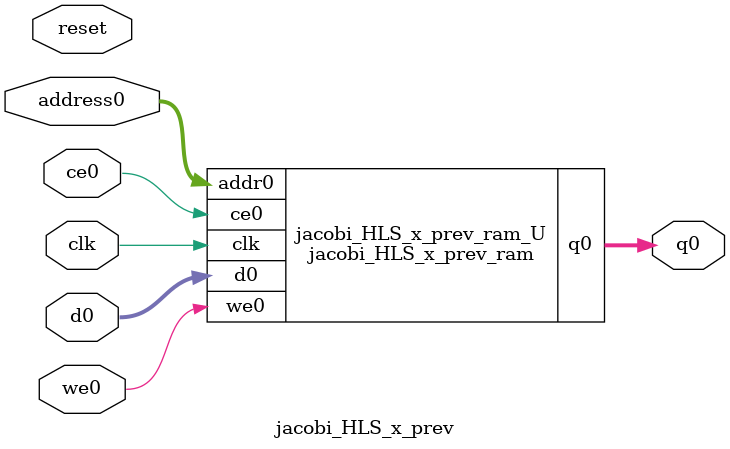
<source format=v>
`timescale 1 ns / 1 ps
module jacobi_HLS_x_prev_ram (addr0, ce0, d0, we0, q0,  clk);

parameter DWIDTH = 32;
parameter AWIDTH = 4;
parameter MEM_SIZE = 16;

input[AWIDTH-1:0] addr0;
input ce0;
input[DWIDTH-1:0] d0;
input we0;
output reg[DWIDTH-1:0] q0;
input clk;

(* ram_style = "distributed" *)reg [DWIDTH-1:0] ram[0:MEM_SIZE-1];




always @(posedge clk)  
begin 
    if (ce0) 
    begin
        if (we0) 
        begin 
            ram[addr0] <= d0; 
        end 
        q0 <= ram[addr0];
    end
end


endmodule

`timescale 1 ns / 1 ps
module jacobi_HLS_x_prev(
    reset,
    clk,
    address0,
    ce0,
    we0,
    d0,
    q0);

parameter DataWidth = 32'd32;
parameter AddressRange = 32'd16;
parameter AddressWidth = 32'd4;
input reset;
input clk;
input[AddressWidth - 1:0] address0;
input ce0;
input we0;
input[DataWidth - 1:0] d0;
output[DataWidth - 1:0] q0;



jacobi_HLS_x_prev_ram jacobi_HLS_x_prev_ram_U(
    .clk( clk ),
    .addr0( address0 ),
    .ce0( ce0 ),
    .we0( we0 ),
    .d0( d0 ),
    .q0( q0 ));

endmodule


</source>
